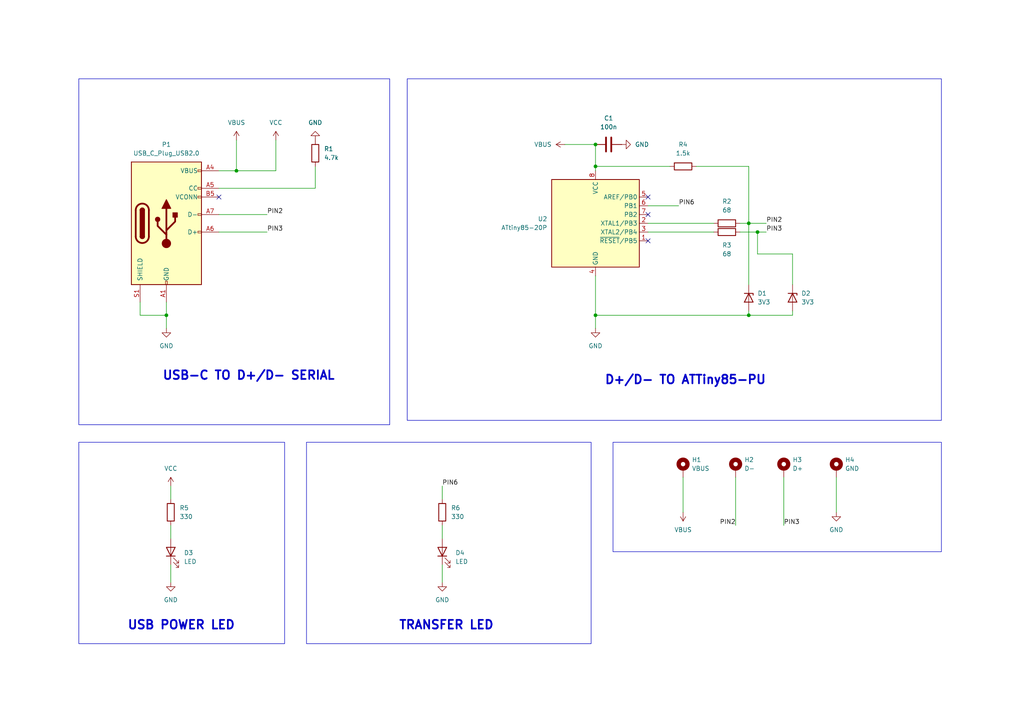
<source format=kicad_sch>
(kicad_sch (version 20230121) (generator eeschema)
  (paper "A4")
  (lib_symbols
    (symbol "Connector:USB_C_Plug_USB2.0" (pin_names (offset 1.016))
      (property "Reference" "P" (at -10.16 19.05 0))
      (property "Value" "USB_C_Plug_USB2.0" (at 12.7 19.05 0))
      (symbol "USB_C_Plug_USB2.0_0_0"
        (rectangle (start -0.254 -17.78) (end 0.254 -16.764))
        (rectangle (start 10.16 -2.286) (end 9.144 -2.794))
        (rectangle (start 10.16 2.794) (end 9.144 2.286))
        (rectangle (start 10.16 7.874) (end 9.144 7.366))
        (rectangle (start 10.16 10.414) (end 9.144 9.906))
        (rectangle (start 10.16 15.494) (end 9.144 14.986))
      )
      (symbol "USB_C_Plug_USB2.0_0_1"
        (rectangle (start -10.16 17.78) (end 10.16 -17.78) (stroke (width 0.254)) (fill (type background)))
        (arc (start -8.89 -3.81) (mid -6.985 -5.7067) (end -5.08 -3.81) (stroke (width 0.508)))
        (arc (start -7.62 -3.81) (mid -6.985 -4.4423) (end -6.35 -3.81) (stroke (width 0.254)))
        (arc (start -7.62 -3.81) (mid -6.985 -4.4423) (end -6.35 -3.81) (stroke (width 0.254)) (fill (type outline)))
        (rectangle (start -7.62 -3.81) (end -6.35 3.81) (stroke (width 0.254)) (fill (type outline)))
        (arc (start -6.35 3.81) (mid -6.985 4.4423) (end -7.62 3.81) (stroke (width 0.254)))
        (arc (start -6.35 3.81) (mid -6.985 4.4423) (end -7.62 3.81) (stroke (width 0.254)) (fill (type outline)))
        (arc (start -5.08 3.81) (mid -6.985 5.7067) (end -8.89 3.81) (stroke (width 0.508)))
        (circle (center -2.54 1.143) (radius 0.635) (stroke (width 0.254)) (fill (type outline)))
        (circle (center 0 -5.842) (radius 1.27) (fill (type outline)))
        (polyline (pts (xy -8.89 -3.81) (xy -8.89 3.81)) (stroke (width 0.508)))
        (polyline (pts (xy -5.08 3.81) (xy -5.08 -3.81)) (stroke (width 0.508)))
        (polyline (pts (xy 0 -5.842) (xy 0 4.318)) (stroke (width 0.508)))
        (polyline (pts (xy 0 -3.302) (xy -2.54 -0.762) (xy -2.54 0.508)) (stroke (width 0.508)))
        (polyline (pts (xy 0 -2.032) (xy 2.54 0.508) (xy 2.54 1.778)) (stroke (width 0.508)))
        (polyline (pts (xy -1.27 4.318) (xy 0 6.858) (xy 1.27 4.318) (xy -1.27 4.318)) (stroke (width 0.254)) (fill (type outline)))
        (rectangle (start 1.905 1.778) (end 3.175 3.048) (stroke (width 0.254)) (fill (type outline)))
      )
      (symbol "USB_C_Plug_USB2.0_1_1"
        (pin passive line (at 0 -22.86 90) (length 5.08) (name "GND") (number "A1"))
        (pin passive line (at 0 -22.86 90) (length 5.08) hide (name "GND") (number "A12"))
        (pin passive line (at 15.24 15.24 180) (length 5.08) (name "VBUS") (number "A4"))
        (pin bidirectional line (at 15.24 10.16 180) (length 5.08) (name "CC") (number "A5"))
        (pin bidirectional line (at 15.24 -2.54 180) (length 5.08) (name "D+") (number "A6"))
        (pin bidirectional line (at 15.24 2.54 180) (length 5.08) (name "D-") (number "A7"))
        (pin passive line (at 15.24 15.24 180) (length 5.08) hide (name "VBUS") (number "A9"))
        (pin passive line (at 0 -22.86 90) (length 5.08) hide (name "GND") (number "B1"))
        (pin passive line (at 0 -22.86 90) (length 5.08) hide (name "GND") (number "B12"))
        (pin passive line (at 15.24 15.24 180) (length 5.08) hide (name "VBUS") (number "B4"))
        (pin bidirectional line (at 15.24 7.62 180) (length 5.08) (name "VCONN") (number "B5"))
        (pin passive line (at 15.24 15.24 180) (length 5.08) hide (name "VBUS") (number "B9"))
        (pin passive line (at -7.62 -22.86 90) (length 5.08) (name "SHIELD") (number "S1"))
      )
    )
    (symbol "Device:C" (pin_numbers hide) (pin_names (offset 0.254))
      (property "Reference" "C" (at 0.635 2.54 0))
      (property "Value" "C" (at 0.635 -2.54 0))
      (symbol "C_0_1"
        (polyline (pts (xy -2.032 -0.762) (xy 2.032 -0.762)) (stroke (width 0.508)))
        (polyline (pts (xy -2.032 0.762) (xy 2.032 0.762)) (stroke (width 0.508)))
      )
      (symbol "C_1_1"
        (pin passive line (at 0 3.81 270) (length 2.794) (name "~") (number "1"))
        (pin passive line (at 0 -3.81 90) (length 2.794) (name "~") (number "2"))
      )
    )
    (symbol "Device:D_Zener" (pin_numbers hide) (pin_names (offset 1.016) hide)
      (property "Reference" "D" (at 0 2.54 0))
      (property "Value" "D_Zener" (at 0 -2.54 0))
      (symbol "D_Zener_0_1"
        (polyline (pts (xy 1.27 0) (xy -1.27 0)))
        (polyline (pts (xy -1.27 -1.27) (xy -1.27 1.27) (xy -0.762 1.27)) (stroke (width 0.254)))
        (polyline (pts (xy 1.27 -1.27) (xy 1.27 1.27) (xy -1.27 0) (xy 1.27 -1.27)) (stroke (width 0.254)))
      )
      (symbol "D_Zener_1_1"
        (pin passive line (at -3.81 0 0) (length 2.54) (name "K") (number "1"))
        (pin passive line (at 3.81 0 180) (length 2.54) (name "A") (number "2"))
      )
    )
    (symbol "Device:LED" (pin_numbers hide) (pin_names (offset 1.016) hide)
      (property "Reference" "D" (at 0 2.54 0))
      (property "Value" "LED" (at 0 -2.54 0))
      (symbol "LED_0_1"
        (polyline (pts (xy -1.27 -1.27) (xy -1.27 1.27)) (stroke (width 0.254)))
        (polyline (pts (xy -1.27 0) (xy 1.27 0)))
        (polyline (pts (xy 1.27 -1.27) (xy 1.27 1.27) (xy -1.27 0) (xy 1.27 -1.27)) (stroke (width 0.254)))
        (polyline (pts (xy -3.048 -0.762) (xy -4.572 -2.286) (xy -3.81 -2.286) (xy -4.572 -2.286) (xy -4.572 -1.524)))
        (polyline (pts (xy -1.778 -0.762) (xy -3.302 -2.286) (xy -2.54 -2.286) (xy -3.302 -2.286) (xy -3.302 -1.524)))
      )
      (symbol "LED_1_1"
        (pin passive line (at -3.81 0 0) (length 2.54) (name "K") (number "1"))
        (pin passive line (at 3.81 0 180) (length 2.54) (name "A") (number "2"))
      )
    )
    (symbol "Device:R" (pin_numbers hide) (pin_names (offset 0))
      (property "Reference" "R" (at 2.032 0 90))
      (property "Value" "R" (at 0 0 90))
      (symbol "R_0_1"
        (rectangle (start -1.016 -2.54) (end 1.016 2.54) (stroke (width 0.254)))
      )
      (symbol "R_1_1"
        (pin passive line (at 0 3.81 270) (length 1.27) (name "~") (number "1"))
        (pin passive line (at 0 -3.81 90) (length 1.27) (name "~") (number "2"))
      )
    )
    (symbol "MCU_Microchip_ATtiny:ATtiny85-20P"
      (property "Reference" "U" (at -12.7 13.97 0))
      (property "Value" "ATtiny85-20P" (at 2.54 -13.97 0))
      (symbol "ATtiny85-20P_0_1"
        (rectangle (start -12.7 -12.7) (end 12.7 12.7) (stroke (width 0.254)) (fill (type background)))
      )
      (symbol "ATtiny85-20P_1_1"
        (pin bidirectional line (at 15.24 -5.08 180) (length 2.54) (name "~{RESET}/PB5") (number "1"))
        (pin bidirectional line (at 15.24 0 180) (length 2.54) (name "XTAL1/PB3") (number "2"))
        (pin bidirectional line (at 15.24 -2.54 180) (length 2.54) (name "XTAL2/PB4") (number "3"))
        (pin power_in line (at 0 -15.24 90) (length 2.54) (name "GND") (number "4"))
        (pin bidirectional line (at 15.24 7.62 180) (length 2.54) (name "AREF/PB0") (number "5"))
        (pin bidirectional line (at 15.24 5.08 180) (length 2.54) (name "PB1") (number "6"))
        (pin bidirectional line (at 15.24 2.54 180) (length 2.54) (name "PB2") (number "7"))
        (pin power_in line (at 0 15.24 270) (length 2.54) (name "VCC") (number "8"))
      )
    )
    (symbol "Mechanical:MountingHole_Pad" (pin_numbers hide) (pin_names (offset 1.016) hide)
      (property "Reference" "H" (at 0 6.35 0))
      (property "Value" "MountingHole_Pad" (at 0 4.445 0))
      (symbol "MountingHole_Pad_0_1"
        (circle (center 0 1.27) (radius 1.27) (stroke (width 1.27)))
      )
      (symbol "MountingHole_Pad_1_1"
        (pin input line (at 0 -2.54 90) (length 2.54) (name "1") (number "1"))
      )
    )
    (symbol "power:GND" (power) (pin_names (offset 0))
      (property "Value" "GND" (at 0 -3.81 0))
      (symbol "GND_0_1"
        (polyline (pts (xy 0 0) (xy 0 -1.27) (xy 1.27 -1.27) (xy 0 -2.54) (xy -1.27 -1.27) (xy 0 -1.27)))
      )
      (symbol "GND_1_1"
        (pin power_in line (at 0 0 270) (length 0) hide (name "GND") (number "1"))
      )
    )
    (symbol "power:VBUS" (power) (pin_names (offset 0))
      (property "Value" "VBUS" (at 0 3.81 0))
      (symbol "VBUS_0_1"
        (polyline (pts (xy -0.762 1.27) (xy 0 2.54)))
        (polyline (pts (xy 0 0) (xy 0 2.54)))
        (polyline (pts (xy 0 2.54) (xy 0.762 1.27)))
      )
      (symbol "VBUS_1_1"
        (pin power_in line (at 0 0 90) (length 0) hide (name "VBUS") (number "1"))
      )
    )
    (symbol "power:VCC" (power) (pin_names (offset 0))
      (property "Value" "VCC" (at 0 3.81 0))
      (symbol "VCC_0_1"
        (polyline (pts (xy -0.762 1.27) (xy 0 2.54)))
        (polyline (pts (xy 0 0) (xy 0 2.54)))
        (polyline (pts (xy 0 2.54) (xy 0.762 1.27)))
      )
      (symbol "VCC_1_1"
        (pin power_in line (at 0 0 90) (length 0) hide (name "VCC") (number "1"))
      )
    )
  )
  (junction (at 172.72 41.91))
  (junction (at 217.17 64.77))
  (junction (at 217.17 91.44))
  (junction (at 172.72 48.26))
  (junction (at 68.58 49.53))
  (junction (at 172.72 91.44))
  (junction (at 48.26 91.44))
  (junction (at 219.71 67.31))
  (no_connect (at 187.96 57.15))
  (no_connect (at 187.96 62.23))
  (no_connect (at 187.96 69.85))
  (no_connect (at 63.5 57.15))
  (wire (pts (xy 214.63 67.31) (xy 219.71 67.31)))
  (wire (pts (xy 49.53 163.83) (xy 49.53 168.91)))
  (wire (pts (xy 219.71 67.31) (xy 222.25 67.31)))
  (wire (pts (xy 217.17 48.26) (xy 217.17 64.77)))
  (wire (pts (xy 213.36 138.43) (xy 213.36 152.4)))
  (wire (pts (xy 172.72 48.26) (xy 194.31 48.26)))
  (wire (pts (xy 219.71 73.66) (xy 229.87 73.66)))
  (wire (pts (xy 40.64 87.63) (xy 40.64 91.44)))
  (wire (pts (xy 48.26 87.63) (xy 48.26 91.44)))
  (wire (pts (xy 128.27 163.83) (xy 128.27 168.91)))
  (wire (pts (xy 49.53 152.4) (xy 49.53 156.21)))
  (wire (pts (xy 172.72 95.25) (xy 172.72 91.44)))
  (wire (pts (xy 217.17 90.17) (xy 217.17 91.44)))
  (wire (pts (xy 198.12 138.43) (xy 198.12 148.59)))
  (wire (pts (xy 172.72 91.44) (xy 172.72 80.01)))
  (wire (pts (xy 68.58 49.53) (xy 80.01 49.53)))
  (wire (pts (xy 187.96 67.31) (xy 207.01 67.31)))
  (wire (pts (xy 63.5 54.61) (xy 91.44 54.61)))
  (wire (pts (xy 91.44 48.26) (xy 91.44 54.61)))
  (wire (pts (xy 229.87 73.66) (xy 229.87 82.55)))
  (wire (pts (xy 217.17 64.77) (xy 217.17 82.55)))
  (wire (pts (xy 214.63 64.77) (xy 217.17 64.77)))
  (wire (pts (xy 49.53 140.97) (xy 49.53 144.78)))
  (wire (pts (xy 187.96 64.77) (xy 207.01 64.77)))
  (wire (pts (xy 63.5 67.31) (xy 77.47 67.31)))
  (wire (pts (xy 172.72 91.44) (xy 217.17 91.44)))
  (wire (pts (xy 229.87 90.17) (xy 229.87 91.44)))
  (wire (pts (xy 217.17 64.77) (xy 222.25 64.77)))
  (wire (pts (xy 80.01 40.64) (xy 80.01 49.53)))
  (wire (pts (xy 63.5 62.23) (xy 77.47 62.23)))
  (wire (pts (xy 128.27 152.4) (xy 128.27 156.21)))
  (wire (pts (xy 172.72 48.26) (xy 172.72 49.53)))
  (wire (pts (xy 172.72 41.91) (xy 172.72 48.26)))
  (wire (pts (xy 163.83 41.91) (xy 172.72 41.91)))
  (wire (pts (xy 48.26 91.44) (xy 48.26 95.25)))
  (wire (pts (xy 219.71 67.31) (xy 219.71 73.66)))
  (wire (pts (xy 227.33 138.43) (xy 227.33 152.4)))
  (wire (pts (xy 229.87 91.44) (xy 217.17 91.44)))
  (wire (pts (xy 68.58 49.53) (xy 63.5 49.53)))
  (wire (pts (xy 187.96 59.69) (xy 196.85 59.69)))
  (wire (pts (xy 40.64 91.44) (xy 48.26 91.44)))
  (wire (pts (xy 201.93 48.26) (xy 217.17 48.26)))
  (wire (pts (xy 242.57 138.43) (xy 242.57 148.59)))
  (wire (pts (xy 68.58 40.64) (xy 68.58 49.53)))
  (wire (pts (xy 128.27 140.97) (xy 128.27 144.78)))
  (rectangle (start 118.11 22.86) (end 273.05 121.92))
  (rectangle (start 177.8 128.27) (end 273.05 160.02))
  (rectangle (start 22.86 22.86) (end 113.03 123.19))
  (rectangle (start 22.86 128.27) (end 82.55 186.69))
  (rectangle (start 88.9 128.27) (end 171.45 186.69))
  (text "D+/D- TO ATTiny85-PU\n" (at 175.26 111.76 0) (effects (font (size 2.5 2.5) (thickness 0.5) bold) (justify left bottom)))
  (text "USB POWER LED\n" (at 36.83 182.88 0) (effects (font (size 2.5 2.5) (thickness 0.5) bold) (justify left bottom)))
  (text "TRANSFER LED\n" (at 115.57 182.88 0) (effects (font (size 2.5 2.5) (thickness 0.5) bold) (justify left bottom)))
  (text "USB-C TO D+/D- SERIAL\n" (at 46.99 110.49 0) (effects (font (size 2.5 2.5) (thickness 0.5) bold) (justify left bottom)))
  (label "PIN3" (at 77.47 67.31 0))
  (label "PIN2" (at 222.25 64.77 0))
  (label "PIN3" (at 222.25 67.31 0))
  (label "PIN6" (at 128.27 140.97 0))
  (label "PIN3" (at 227.33 152.4 0))
  (label "PIN2" (at 213.36 152.4 180))
  (label "PIN2" (at 77.47 62.23 0))
  (label "PIN6" (at 196.85 59.69 0))
  (symbol (lib_id "power:VCC") (at 49.53 140.97 0) (unit 1)
    (property "Reference" "#PWR09" (effects hide))
    (property "Value" "VCC" (at 49.53 135.89 0))
  )
  (symbol (lib_id "Mechanical:MountingHole_Pad") (at 213.36 135.89 0) (unit 1)
    (property "Reference" "H2" (at 215.9 133.35 0) (effects (justify left)))
    (property "Value" "D-" (at 215.9 135.89 0) (effects (justify left)))
    (property "Footprint" "MountingHole:MountingHole_2.2mm_M2_DIN965_Pad_TopBottom" (effects hide))
  )
  (symbol (lib_id "power:VBUS") (at 163.83 41.91 90) (unit 1)
    (property "Reference" "#PWR05" (effects hide))
    (property "Value" "VBUS" (at 160.02 41.91 90) (effects (justify left)))
  )
  (symbol (lib_id "power:VBUS") (at 198.12 148.59 180) (unit 1)
    (property "Reference" "#PWR012" (effects hide))
    (property "Value" "VBUS" (at 198.12 153.67 0))
  )
  (symbol (lib_id "Device:C") (at 176.53 41.91 90) (unit 1)
    (property "Reference" "C1" (at 176.53 34.29 90))
    (property "Value" "100n" (at 176.53 36.83 90))
    (property "Footprint" "Capacitor_SMD:C_0201_0603Metric_Pad0.64x0.40mm_HandSolder" (effects hide))
  )
  (symbol (lib_id "Device:R") (at 210.82 67.31 90) (unit 1)
    (property "Reference" "R3" (at 210.82 71.12 90))
    (property "Value" "68" (at 210.82 73.66 90))
    (property "Footprint" "Resistor_SMD:R_0201_0603Metric" (effects hide))
  )
  (symbol (lib_id "power:GND") (at 172.72 95.25 0) (unit 1)
    (property "Reference" "#PWR07" (effects hide))
    (property "Value" "GND" (at 172.72 100.33 0))
  )
  (symbol (lib_id "power:GND") (at 91.44 40.64 180) (unit 1)
    (property "Reference" "#PWR03" (effects hide))
    (property "Value" "GND" (at 91.44 35.56 0))
  )
  (symbol (lib_id "Device:LED") (at 49.53 160.02 90) (unit 1)
    (property "Reference" "D3" (at 53.34 160.3375 90) (effects (justify right)))
    (property "Value" "LED" (at 53.34 162.8775 90) (effects (justify right)))
    (property "Footprint" "LED_SMD:LED_1206_3216Metric" (effects hide))
  )
  (symbol (lib_id "Device:R") (at 198.12 48.26 90) (unit 1)
    (property "Reference" "R4" (at 198.12 41.91 90))
    (property "Value" "1.5k" (at 198.12 44.45 90))
    (property "Footprint" "Resistor_SMD:R_0201_0603Metric" (effects hide))
  )
  (symbol (lib_id "Device:D_Zener") (at 217.17 86.36 270) (unit 1)
    (property "Reference" "D1" (at 219.71 85.09 90) (effects (justify left)))
    (property "Value" "3V3" (at 219.71 87.63 90) (effects (justify left)))
    (property "Footprint" "Diode_SMD:D_0201_0603Metric" (effects hide))
  )
  (symbol (lib_id "power:GND") (at 242.57 148.59 0) (unit 1)
    (property "Reference" "#PWR013" (effects hide))
    (property "Value" "GND" (at 242.57 153.67 0))
  )
  (symbol (lib_id "Mechanical:MountingHole_Pad") (at 242.57 135.89 0) (unit 1)
    (property "Reference" "H4" (at 245.11 133.35 0) (effects (justify left)))
    (property "Value" "GND" (at 245.11 135.89 0) (effects (justify left)))
    (property "Footprint" "MountingHole:MountingHole_2.2mm_M2_DIN965_Pad_TopBottom" (effects hide))
  )
  (symbol (lib_id "power:VBUS") (at 68.58 40.64 0) (mirror y) (unit 1)
    (property "Reference" "#PWR01" (effects hide))
    (property "Value" "VBUS" (at 68.58 35.56 0))
  )
  (symbol (lib_id "Device:R") (at 210.82 64.77 90) (unit 1)
    (property "Reference" "R2" (at 210.82 58.42 90))
    (property "Value" "68" (at 210.82 60.96 90))
    (property "Footprint" "Resistor_SMD:R_0201_0603Metric" (effects hide))
  )
  (symbol (lib_id "Device:R") (at 49.53 148.59 0) (unit 1)
    (property "Reference" "R5" (at 52.07 147.32 0) (effects (justify left)))
    (property "Value" "330" (at 52.07 149.86 0) (effects (justify left)))
    (property "Footprint" "Resistor_SMD:R_0201_0603Metric" (effects hide))
  )
  (symbol (lib_id "power:GND") (at 180.34 41.91 90) (unit 1)
    (property "Reference" "#PWR06" (effects hide))
    (property "Value" "GND" (at 184.15 41.91 90) (effects (justify right)))
  )
  (symbol (lib_id "power:GND") (at 49.53 168.91 0) (unit 1)
    (property "Reference" "#PWR08" (effects hide))
    (property "Value" "GND" (at 49.53 173.99 0))
  )
  (symbol (lib_id "Mechanical:MountingHole_Pad") (at 198.12 135.89 0) (unit 1)
    (property "Reference" "H1" (at 200.66 133.35 0) (effects (justify left)))
    (property "Value" "VBUS" (at 200.66 135.89 0) (effects (justify left)))
    (property "Footprint" "MountingHole:MountingHole_2.2mm_M2_DIN965_Pad_TopBottom" (effects hide))
  )
  (symbol (lib_id "power:VCC") (at 80.01 40.64 0) (unit 1)
    (property "Reference" "#PWR04" (effects hide))
    (property "Value" "VCC" (at 80.01 35.56 0))
  )
  (symbol (lib_id "Device:D_Zener") (at 229.87 86.36 270) (unit 1)
    (property "Reference" "D2" (at 232.41 85.09 90) (effects (justify left)))
    (property "Value" "3V3" (at 232.41 87.63 90) (effects (justify left)))
    (property "Footprint" "Diode_SMD:D_0201_0603Metric" (effects hide))
  )
  (symbol (lib_id "Connector:USB_C_Plug_USB2.0") (at 48.26 64.77 0) (unit 1)
    (property "Reference" "P1" (at 48.26 41.91 0))
    (property "Value" "USB_C_Plug_USB2.0" (at 48.26 44.45 0))
    (property "Footprint" "Connector_USB:USB_C_Plug_JAE_DX07P024AJ1" (effects hide))
    (property "Datasheet" "https://www.usb.org/sites/default/files/documents/usb_type-c.zip" (effects hide))
  )
  (symbol (lib_id "Device:R") (at 128.27 148.59 0) (unit 1)
    (property "Reference" "R6" (at 130.81 147.32 0) (effects (justify left)))
    (property "Value" "330" (at 130.81 149.86 0) (effects (justify left)))
    (property "Footprint" "Resistor_SMD:R_0201_0603Metric" (effects hide))
  )
  (symbol (lib_id "power:GND") (at 128.27 168.91 0) (unit 1)
    (property "Reference" "#PWR011" (effects hide))
    (property "Value" "GND" (at 128.27 173.99 0))
  )
  (symbol (lib_id "Device:R") (at 91.44 44.45 0) (unit 1)
    (property "Reference" "R1" (at 93.98 43.18 0) (effects (justify left)))
    (property "Value" "4.7k" (at 93.98 45.72 0) (effects (justify left)))
    (property "Footprint" "Resistor_SMD:R_0201_0603Metric" (effects hide))
  )
  (symbol (lib_id "MCU_Microchip_ATtiny:ATtiny85-20P") (at 172.72 64.77 0) (unit 1)
    (property "Reference" "U2" (at 158.75 63.5 0) (effects (justify right)))
    (property "Value" "ATtiny85-20P" (at 158.75 66.04 0) (effects (justify right)))
    (property "Footprint" "Package_DIP:DIP-8_W7.62mm" (effects hide))
    (property "Datasheet" "http://ww1.microchip.com/downloads/en/DeviceDoc/atmel-2586-avr-8-bit-microcontroller-attiny25-attiny45-attiny85_datasheet.pdf" (effects hide))
  )
  (symbol (lib_id "Device:LED") (at 128.27 160.02 90) (unit 1)
    (property "Reference" "D4" (at 132.08 160.3375 90) (effects (justify right)))
    (property "Value" "LED" (at 132.08 162.8775 90) (effects (justify right)))
    (property "Footprint" "LED_SMD:LED_1206_3216Metric" (effects hide))
  )
  (symbol (lib_id "Mechanical:MountingHole_Pad") (at 227.33 135.89 0) (unit 1)
    (property "Reference" "H3" (at 229.87 133.35 0) (effects (justify left)))
    (property "Value" "D+" (at 229.87 135.89 0) (effects (justify left)))
    (property "Footprint" "MountingHole:MountingHole_2.2mm_M2_DIN965_Pad_TopBottom" (effects hide))
  )
  (symbol (lib_id "power:GND") (at 48.26 95.25 0) (unit 1)
    (property "Reference" "#PWR02" (effects hide))
    (property "Value" "GND" (at 48.26 100.33 0))
  )
)
</source>
